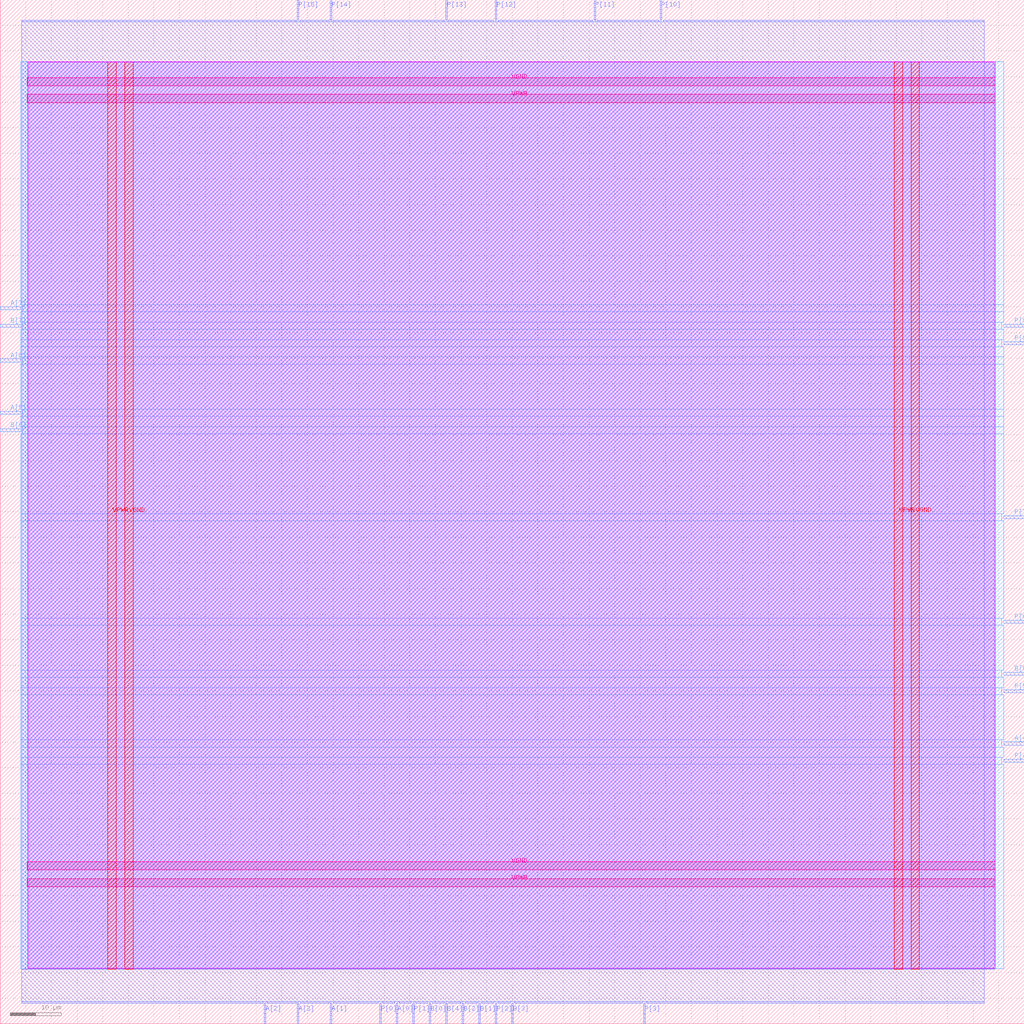
<source format=lef>
VERSION 5.7 ;
  NOWIREEXTENSIONATPIN ON ;
  DIVIDERCHAR "/" ;
  BUSBITCHARS "[]" ;
MACRO mult8_2bits_1op_e17108
  CLASS BLOCK ;
  FOREIGN mult8_2bits_1op_e17108 ;
  ORIGIN 0.000 0.000 ;
  SIZE 200.000 BY 200.000 ;
  PIN A[0]
    DIRECTION INPUT ;
    USE SIGNAL ;
    ANTENNAGATEAREA 0.213000 ;
    PORT
      LAYER met2 ;
        RECT 77.370 0.000 77.650 4.000 ;
    END
  END A[0]
  PIN A[1]
    DIRECTION INPUT ;
    USE SIGNAL ;
    ANTENNAGATEAREA 0.213000 ;
    PORT
      LAYER met2 ;
        RECT 64.490 0.000 64.770 4.000 ;
    END
  END A[1]
  PIN A[2]
    DIRECTION INPUT ;
    USE SIGNAL ;
    ANTENNAGATEAREA 0.213000 ;
    PORT
      LAYER met2 ;
        RECT 51.610 0.000 51.890 4.000 ;
    END
  END A[2]
  PIN A[3]
    DIRECTION INPUT ;
    USE SIGNAL ;
    ANTENNAGATEAREA 0.159000 ;
    PORT
      LAYER met2 ;
        RECT 58.050 0.000 58.330 4.000 ;
    END
  END A[3]
  PIN A[4]
    DIRECTION INPUT ;
    USE SIGNAL ;
    ANTENNAGATEAREA 0.213000 ;
    PORT
      LAYER met3 ;
        RECT 196.000 54.440 200.000 55.040 ;
    END
  END A[4]
  PIN A[5]
    DIRECTION INPUT ;
    USE SIGNAL ;
    ANTENNAGATEAREA 0.213000 ;
    PORT
      LAYER met3 ;
        RECT 0.000 119.040 4.000 119.640 ;
    END
  END A[5]
  PIN A[6]
    DIRECTION INPUT ;
    USE SIGNAL ;
    ANTENNAGATEAREA 0.196500 ;
    PORT
      LAYER met3 ;
        RECT 0.000 129.240 4.000 129.840 ;
    END
  END A[6]
  PIN A[7]
    DIRECTION INPUT ;
    USE SIGNAL ;
    ANTENNAGATEAREA 0.159000 ;
    PORT
      LAYER met3 ;
        RECT 0.000 139.440 4.000 140.040 ;
    END
  END A[7]
  PIN B[0]
    DIRECTION INPUT ;
    USE SIGNAL ;
    ANTENNAGATEAREA 0.742500 ;
    PORT
      LAYER met2 ;
        RECT 83.810 0.000 84.090 4.000 ;
    END
  END B[0]
  PIN B[1]
    DIRECTION INPUT ;
    USE SIGNAL ;
    ANTENNAGATEAREA 0.247500 ;
    PORT
      LAYER met2 ;
        RECT 93.470 0.000 93.750 4.000 ;
    END
  END B[1]
  PIN B[2]
    DIRECTION INPUT ;
    USE SIGNAL ;
    ANTENNAGATEAREA 0.495000 ;
    PORT
      LAYER met2 ;
        RECT 90.250 0.000 90.530 4.000 ;
    END
  END B[2]
  PIN B[3]
    DIRECTION INPUT ;
    USE SIGNAL ;
    ANTENNAGATEAREA 0.213000 ;
    PORT
      LAYER met2 ;
        RECT 99.910 0.000 100.190 4.000 ;
    END
  END B[3]
  PIN B[4]
    DIRECTION INPUT ;
    USE SIGNAL ;
    ANTENNAGATEAREA 0.159000 ;
    PORT
      LAYER met2 ;
        RECT 87.030 0.000 87.310 4.000 ;
    END
  END B[4]
  PIN B[5]
    DIRECTION INPUT ;
    USE SIGNAL ;
    ANTENNAGATEAREA 0.495000 ;
    PORT
      LAYER met3 ;
        RECT 196.000 68.040 200.000 68.640 ;
    END
  END B[5]
  PIN B[6]
    DIRECTION INPUT ;
    USE SIGNAL ;
    ANTENNAGATEAREA 0.213000 ;
    PORT
      LAYER met3 ;
        RECT 0.000 115.640 4.000 116.240 ;
    END
  END B[6]
  PIN B[7]
    DIRECTION INPUT ;
    USE SIGNAL ;
    ANTENNAGATEAREA 0.196500 ;
    PORT
      LAYER met3 ;
        RECT 0.000 136.040 4.000 136.640 ;
    END
  END B[7]
  PIN P[0]
    DIRECTION OUTPUT ;
    USE SIGNAL ;
    ANTENNADIFFAREA 0.445500 ;
    PORT
      LAYER met2 ;
        RECT 74.150 0.000 74.430 4.000 ;
    END
  END P[0]
  PIN P[10]
    DIRECTION OUTPUT ;
    USE SIGNAL ;
    ANTENNADIFFAREA 1.336500 ;
    PORT
      LAYER met2 ;
        RECT 128.890 196.000 129.170 200.000 ;
    END
  END P[10]
  PIN P[11]
    DIRECTION OUTPUT ;
    USE SIGNAL ;
    ANTENNADIFFAREA 1.336500 ;
    PORT
      LAYER met2 ;
        RECT 116.010 196.000 116.290 200.000 ;
    END
  END P[11]
  PIN P[12]
    DIRECTION OUTPUT ;
    USE SIGNAL ;
    ANTENNADIFFAREA 1.336500 ;
    PORT
      LAYER met2 ;
        RECT 96.690 196.000 96.970 200.000 ;
    END
  END P[12]
  PIN P[13]
    DIRECTION OUTPUT ;
    USE SIGNAL ;
    ANTENNADIFFAREA 0.891000 ;
    PORT
      LAYER met2 ;
        RECT 87.030 196.000 87.310 200.000 ;
    END
  END P[13]
  PIN P[14]
    DIRECTION OUTPUT ;
    USE SIGNAL ;
    ANTENNADIFFAREA 1.336500 ;
    PORT
      LAYER met2 ;
        RECT 64.490 196.000 64.770 200.000 ;
    END
  END P[14]
  PIN P[15]
    DIRECTION OUTPUT ;
    USE SIGNAL ;
    ANTENNADIFFAREA 1.336500 ;
    PORT
      LAYER met2 ;
        RECT 58.050 196.000 58.330 200.000 ;
    END
  END P[15]
  PIN P[1]
    DIRECTION OUTPUT ;
    USE SIGNAL ;
    ANTENNADIFFAREA 0.445500 ;
    PORT
      LAYER met2 ;
        RECT 80.590 0.000 80.870 4.000 ;
    END
  END P[1]
  PIN P[2]
    DIRECTION OUTPUT ;
    USE SIGNAL ;
    ANTENNADIFFAREA 0.445500 ;
    PORT
      LAYER met2 ;
        RECT 96.690 0.000 96.970 4.000 ;
    END
  END P[2]
  PIN P[3]
    DIRECTION OUTPUT ;
    USE SIGNAL ;
    ANTENNADIFFAREA 0.445500 ;
    PORT
      LAYER met2 ;
        RECT 125.670 0.000 125.950 4.000 ;
    END
  END P[3]
  PIN P[4]
    DIRECTION OUTPUT ;
    USE SIGNAL ;
    ANTENNADIFFAREA 0.445500 ;
    PORT
      LAYER met3 ;
        RECT 196.000 51.040 200.000 51.640 ;
    END
  END P[4]
  PIN P[5]
    DIRECTION OUTPUT ;
    USE SIGNAL ;
    ANTENNADIFFAREA 0.445500 ;
    PORT
      LAYER met3 ;
        RECT 196.000 64.640 200.000 65.240 ;
    END
  END P[5]
  PIN P[6]
    DIRECTION OUTPUT ;
    USE SIGNAL ;
    ANTENNADIFFAREA 1.336500 ;
    PORT
      LAYER met3 ;
        RECT 196.000 78.240 200.000 78.840 ;
    END
  END P[6]
  PIN P[7]
    DIRECTION OUTPUT ;
    USE SIGNAL ;
    ANTENNADIFFAREA 0.445500 ;
    PORT
      LAYER met3 ;
        RECT 196.000 98.640 200.000 99.240 ;
    END
  END P[7]
  PIN P[8]
    DIRECTION OUTPUT ;
    USE SIGNAL ;
    ANTENNADIFFAREA 0.891000 ;
    PORT
      LAYER met3 ;
        RECT 196.000 132.640 200.000 133.240 ;
    END
  END P[8]
  PIN P[9]
    DIRECTION OUTPUT ;
    USE SIGNAL ;
    ANTENNADIFFAREA 1.336500 ;
    PORT
      LAYER met3 ;
        RECT 196.000 136.040 200.000 136.640 ;
    END
  END P[9]
  PIN VGND
    DIRECTION INOUT ;
    USE GROUND ;
    PORT
      LAYER met4 ;
        RECT 24.340 10.640 25.940 187.920 ;
    END
    PORT
      LAYER met4 ;
        RECT 177.940 10.640 179.540 187.920 ;
    END
    PORT
      LAYER met5 ;
        RECT 5.280 30.030 194.360 31.630 ;
    END
    PORT
      LAYER met5 ;
        RECT 5.280 183.210 194.360 184.810 ;
    END
  END VGND
  PIN VPWR
    DIRECTION INOUT ;
    USE POWER ;
    PORT
      LAYER met4 ;
        RECT 21.040 10.640 22.640 187.920 ;
    END
    PORT
      LAYER met4 ;
        RECT 174.640 10.640 176.240 187.920 ;
    END
    PORT
      LAYER met5 ;
        RECT 5.280 26.730 194.360 28.330 ;
    END
    PORT
      LAYER met5 ;
        RECT 5.280 179.910 194.360 181.510 ;
    END
  END VPWR
  OBS
      LAYER nwell ;
        RECT 5.330 10.795 194.310 187.870 ;
      LAYER li1 ;
        RECT 5.520 10.795 194.120 187.765 ;
      LAYER met1 ;
        RECT 4.210 10.640 194.120 187.920 ;
      LAYER met2 ;
        RECT 4.230 195.720 57.770 196.000 ;
        RECT 58.610 195.720 64.210 196.000 ;
        RECT 65.050 195.720 86.750 196.000 ;
        RECT 87.590 195.720 96.410 196.000 ;
        RECT 97.250 195.720 115.730 196.000 ;
        RECT 116.570 195.720 128.610 196.000 ;
        RECT 129.450 195.720 192.190 196.000 ;
        RECT 4.230 4.280 192.190 195.720 ;
        RECT 4.230 4.000 51.330 4.280 ;
        RECT 52.170 4.000 57.770 4.280 ;
        RECT 58.610 4.000 64.210 4.280 ;
        RECT 65.050 4.000 73.870 4.280 ;
        RECT 74.710 4.000 77.090 4.280 ;
        RECT 77.930 4.000 80.310 4.280 ;
        RECT 81.150 4.000 83.530 4.280 ;
        RECT 84.370 4.000 86.750 4.280 ;
        RECT 87.590 4.000 89.970 4.280 ;
        RECT 90.810 4.000 93.190 4.280 ;
        RECT 94.030 4.000 96.410 4.280 ;
        RECT 97.250 4.000 99.630 4.280 ;
        RECT 100.470 4.000 125.390 4.280 ;
        RECT 126.230 4.000 192.190 4.280 ;
      LAYER met3 ;
        RECT 3.990 140.440 196.000 187.845 ;
        RECT 4.400 139.040 196.000 140.440 ;
        RECT 3.990 137.040 196.000 139.040 ;
        RECT 4.400 135.640 195.600 137.040 ;
        RECT 3.990 133.640 196.000 135.640 ;
        RECT 3.990 132.240 195.600 133.640 ;
        RECT 3.990 130.240 196.000 132.240 ;
        RECT 4.400 128.840 196.000 130.240 ;
        RECT 3.990 120.040 196.000 128.840 ;
        RECT 4.400 118.640 196.000 120.040 ;
        RECT 3.990 116.640 196.000 118.640 ;
        RECT 4.400 115.240 196.000 116.640 ;
        RECT 3.990 99.640 196.000 115.240 ;
        RECT 3.990 98.240 195.600 99.640 ;
        RECT 3.990 79.240 196.000 98.240 ;
        RECT 3.990 77.840 195.600 79.240 ;
        RECT 3.990 69.040 196.000 77.840 ;
        RECT 3.990 67.640 195.600 69.040 ;
        RECT 3.990 65.640 196.000 67.640 ;
        RECT 3.990 64.240 195.600 65.640 ;
        RECT 3.990 55.440 196.000 64.240 ;
        RECT 3.990 54.040 195.600 55.440 ;
        RECT 3.990 52.040 196.000 54.040 ;
        RECT 3.990 50.640 195.600 52.040 ;
        RECT 3.990 10.715 196.000 50.640 ;
  END
END mult8_2bits_1op_e17108
END LIBRARY


</source>
